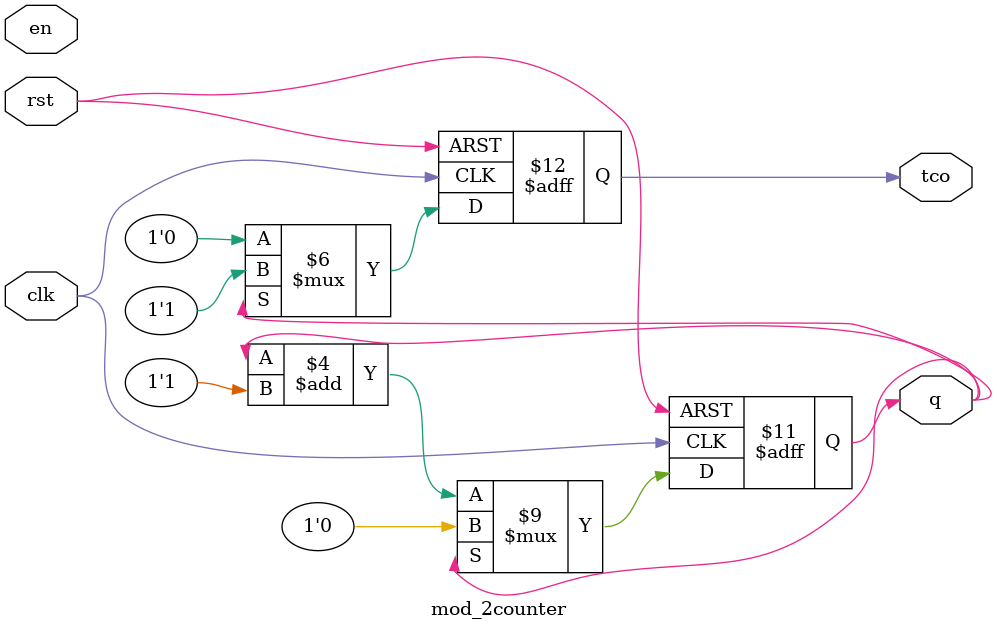
<source format=v>
module mod_2counter(clk, rst, en, q, tco);

input clk, rst, en;
output reg q;
output reg tco;

always @(negedge rst or posedge clk)
    if (~rst)
        begin
        q <= 1'b0;
        tco <= 1'b0;
        end
    else if (q == 1'd0)
        begin
        q <= q + 1'b1;
        tco <= 1'b0;
        end
    else
        begin
        q <= 1'b0;
        tco <= 1'b1;
        end
endmodule
</source>
